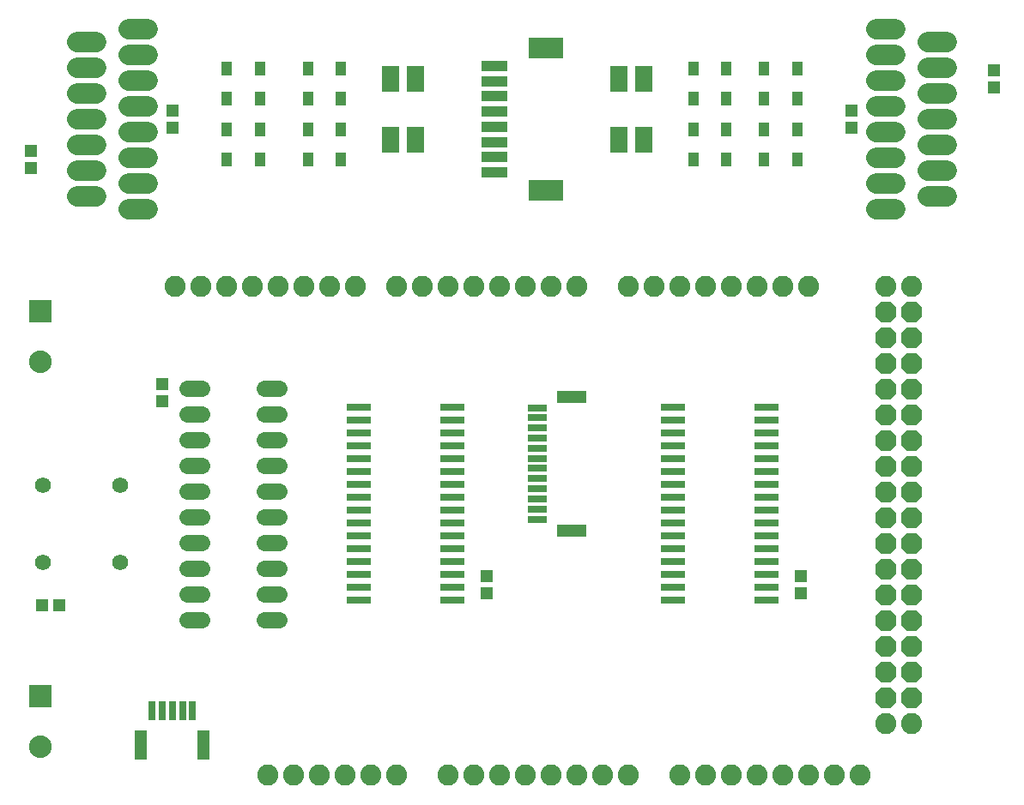
<source format=gts>
G75*
G70*
%OFA0B0*%
%FSLAX24Y24*%
%IPPOS*%
%LPD*%
%AMOC8*
5,1,8,0,0,1.08239X$1,22.5*
%
%ADD10C,0.0820*%
%ADD11OC8,0.0820*%
%ADD12C,0.0792*%
%ADD13R,0.1379X0.0789*%
%ADD14R,0.1025X0.0395*%
%ADD15R,0.0438X0.0560*%
%ADD16R,0.0671X0.1025*%
%ADD17R,0.0946X0.0316*%
%ADD18R,0.0474X0.0513*%
%ADD19R,0.0749X0.0316*%
%ADD20R,0.1182X0.0474*%
%ADD21C,0.0640*%
%ADD22R,0.0316X0.0749*%
%ADD23R,0.0474X0.1182*%
%ADD24C,0.0620*%
%ADD25R,0.0513X0.0474*%
%ADD26R,0.0880X0.0880*%
%ADD27C,0.0880*%
D10*
X013500Y002554D03*
X014500Y002554D03*
X015500Y002554D03*
X016500Y002554D03*
X017500Y002554D03*
X018500Y002554D03*
X020500Y002554D03*
X021500Y002554D03*
X022500Y002554D03*
X023500Y002554D03*
X024500Y002554D03*
X025500Y002554D03*
X026500Y002554D03*
X027500Y002554D03*
X029500Y002554D03*
X030500Y002554D03*
X031500Y002554D03*
X032500Y002554D03*
X033500Y002554D03*
X034500Y002554D03*
X035500Y002554D03*
X036500Y002554D03*
X037500Y004554D03*
X038500Y004554D03*
X038500Y021554D03*
X037500Y021554D03*
X034500Y021554D03*
X033500Y021554D03*
X032500Y021554D03*
X031500Y021554D03*
X030500Y021554D03*
X029500Y021554D03*
X028500Y021554D03*
X027500Y021554D03*
X025500Y021554D03*
X024500Y021554D03*
X023500Y021554D03*
X022500Y021554D03*
X021500Y021554D03*
X020500Y021554D03*
X019500Y021554D03*
X018500Y021554D03*
X016900Y021554D03*
X015900Y021554D03*
X014900Y021554D03*
X013900Y021554D03*
X012900Y021554D03*
X011900Y021554D03*
X010900Y021554D03*
X009900Y021554D03*
D11*
X037500Y020554D03*
X038500Y020554D03*
X038500Y019554D03*
X037500Y019554D03*
X037500Y018554D03*
X038500Y018554D03*
X038500Y017554D03*
X037500Y017554D03*
X037500Y016554D03*
X038500Y016554D03*
X038500Y015554D03*
X037500Y015554D03*
X037500Y014554D03*
X038500Y014554D03*
X038500Y013554D03*
X037500Y013554D03*
X037500Y012554D03*
X038500Y012554D03*
X038500Y011554D03*
X037500Y011554D03*
X037500Y010554D03*
X038500Y010554D03*
X038500Y009554D03*
X037500Y009554D03*
X037500Y008554D03*
X038500Y008554D03*
X038500Y007554D03*
X037500Y007554D03*
X037500Y006554D03*
X038500Y006554D03*
X038500Y005554D03*
X037500Y005554D03*
D12*
X037140Y024565D02*
X037852Y024565D01*
X037852Y025565D02*
X037140Y025565D01*
X037140Y026565D02*
X037852Y026565D01*
X037852Y027565D02*
X037140Y027565D01*
X037140Y028565D02*
X037852Y028565D01*
X037852Y029565D02*
X037140Y029565D01*
X037140Y030565D02*
X037852Y030565D01*
X037852Y031565D02*
X037140Y031565D01*
X039140Y031065D02*
X039852Y031065D01*
X039852Y030065D02*
X039140Y030065D01*
X039140Y029065D02*
X039852Y029065D01*
X039852Y028065D02*
X039140Y028065D01*
X039140Y027065D02*
X039852Y027065D01*
X039852Y026065D02*
X039140Y026065D01*
X039140Y025065D02*
X039852Y025065D01*
X008813Y024565D02*
X008100Y024565D01*
X008100Y025565D02*
X008813Y025565D01*
X008813Y026565D02*
X008100Y026565D01*
X008100Y027565D02*
X008813Y027565D01*
X008813Y028565D02*
X008100Y028565D01*
X008100Y029565D02*
X008813Y029565D01*
X008813Y030565D02*
X008100Y030565D01*
X008100Y031565D02*
X008813Y031565D01*
X006813Y031065D02*
X006100Y031065D01*
X006100Y030065D02*
X006813Y030065D01*
X006813Y029065D02*
X006100Y029065D01*
X006100Y028065D02*
X006813Y028065D01*
X006813Y027065D02*
X006100Y027065D01*
X006100Y026065D02*
X006813Y026065D01*
X006813Y025065D02*
X006100Y025065D01*
D13*
X024295Y025309D03*
X024295Y030821D03*
D14*
X022287Y030132D03*
X022287Y029542D03*
X022287Y028951D03*
X022287Y028361D03*
X022287Y027770D03*
X022287Y027180D03*
X022287Y026589D03*
X022287Y025998D03*
D15*
X016333Y026491D03*
X016333Y027672D03*
X015053Y027672D03*
X015053Y026491D03*
X013183Y026491D03*
X013183Y027672D03*
X011904Y027672D03*
X011904Y026491D03*
X011904Y028853D03*
X011904Y030034D03*
X013183Y030034D03*
X013183Y028853D03*
X015053Y028853D03*
X015053Y030034D03*
X016333Y030034D03*
X016333Y028853D03*
X030014Y028853D03*
X030014Y030034D03*
X031293Y030034D03*
X031293Y028853D03*
X031293Y027672D03*
X031293Y026491D03*
X030014Y026491D03*
X030014Y027672D03*
X032770Y027672D03*
X032770Y026491D03*
X034049Y026491D03*
X034049Y027672D03*
X034049Y028853D03*
X034049Y030034D03*
X032770Y030034D03*
X032770Y028853D03*
D16*
X028094Y029640D03*
X027110Y029640D03*
X027110Y027278D03*
X028094Y027278D03*
X019236Y027278D03*
X018252Y027278D03*
X018252Y029640D03*
X019236Y029640D03*
D17*
X020654Y016855D03*
X020654Y016355D03*
X020654Y015855D03*
X020654Y015355D03*
X020654Y014855D03*
X020654Y014355D03*
X020654Y013855D03*
X020654Y013355D03*
X020654Y012855D03*
X020654Y012355D03*
X020654Y011855D03*
X020654Y011355D03*
X020654Y010855D03*
X020654Y010355D03*
X020654Y009855D03*
X020654Y009355D03*
X017031Y009355D03*
X017031Y009855D03*
X017031Y010355D03*
X017031Y010855D03*
X017031Y011355D03*
X017031Y011855D03*
X017031Y012355D03*
X017031Y012855D03*
X017031Y013355D03*
X017031Y013855D03*
X017031Y014355D03*
X017031Y014855D03*
X017031Y015355D03*
X017031Y015855D03*
X017031Y016355D03*
X017031Y016855D03*
X029236Y016855D03*
X029236Y016355D03*
X029236Y015855D03*
X029236Y015355D03*
X029236Y014855D03*
X029236Y014355D03*
X029236Y013855D03*
X029236Y013355D03*
X029236Y012855D03*
X029236Y012355D03*
X029236Y011855D03*
X029236Y011355D03*
X029236Y010855D03*
X029236Y010355D03*
X029236Y009855D03*
X029236Y009355D03*
X032858Y009355D03*
X032858Y009855D03*
X032858Y010355D03*
X032858Y010855D03*
X032858Y011355D03*
X032858Y011855D03*
X032858Y012355D03*
X032858Y012855D03*
X032858Y013355D03*
X032858Y013855D03*
X032858Y014355D03*
X032858Y014855D03*
X032858Y015355D03*
X032858Y015855D03*
X032858Y016355D03*
X032858Y016855D03*
D18*
X034197Y010290D03*
X034197Y009620D03*
X021992Y009620D03*
X021992Y010290D03*
X009394Y017101D03*
X009394Y017770D03*
X004276Y026156D03*
X004276Y026825D03*
X009787Y027731D03*
X009787Y028400D03*
X036165Y028400D03*
X036165Y027731D03*
X041677Y029306D03*
X041677Y029975D03*
D19*
X023961Y016845D03*
X023961Y016451D03*
X023961Y016057D03*
X023961Y015664D03*
X023961Y015270D03*
X023961Y014876D03*
X023961Y014483D03*
X023961Y014089D03*
X023961Y013695D03*
X023961Y013302D03*
X023961Y012908D03*
X023961Y012514D03*
D20*
X025280Y012081D03*
X025280Y017278D03*
D21*
X013930Y017605D02*
X013370Y017605D01*
X013370Y016605D02*
X013930Y016605D01*
X013930Y015605D02*
X013370Y015605D01*
X013370Y014605D02*
X013930Y014605D01*
X013930Y013605D02*
X013370Y013605D01*
X013370Y012605D02*
X013930Y012605D01*
X013930Y011605D02*
X013370Y011605D01*
X013370Y010605D02*
X013930Y010605D01*
X013930Y009605D02*
X013370Y009605D01*
X013370Y008605D02*
X013930Y008605D01*
X010930Y008605D02*
X010370Y008605D01*
X010370Y009605D02*
X010930Y009605D01*
X010930Y010605D02*
X010370Y010605D01*
X010370Y011605D02*
X010930Y011605D01*
X010930Y012605D02*
X010370Y012605D01*
X010370Y013605D02*
X010930Y013605D01*
X010930Y014605D02*
X010370Y014605D01*
X010370Y015605D02*
X010930Y015605D01*
X010930Y016605D02*
X010370Y016605D01*
X010370Y017605D02*
X010930Y017605D01*
D22*
X010575Y005050D03*
X010181Y005050D03*
X009787Y005050D03*
X009394Y005050D03*
X009000Y005050D03*
D23*
X008567Y003731D03*
X011008Y003731D03*
D24*
X007744Y010817D03*
X004744Y010817D03*
X004744Y013817D03*
X007744Y013817D03*
D25*
X005398Y009168D03*
X004728Y009168D03*
D26*
X004669Y005624D03*
X004669Y020585D03*
D27*
X004669Y003656D03*
X004669Y018617D03*
M02*

</source>
